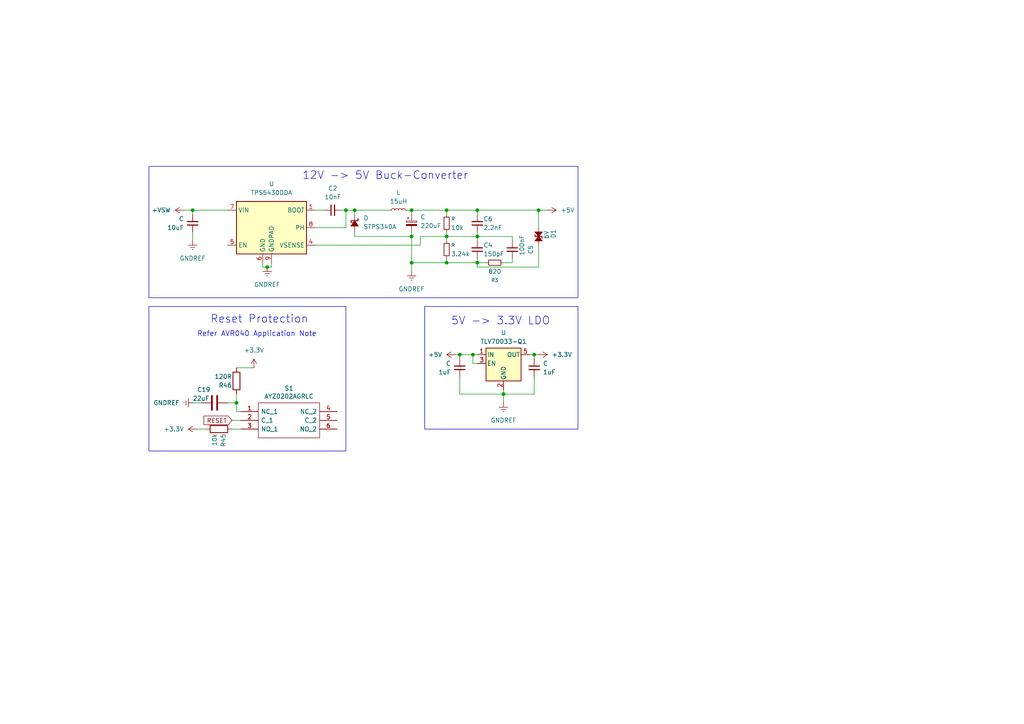
<source format=kicad_sch>
(kicad_sch (version 20250114) (generator "eeschema") (generator_version "9.0")
  (paper "A4")
  (lib_symbols
    (symbol "Device:C" (pin_numbers (hide yes)) (pin_names (offset 0.254))
      (property "Reference" "C" (at 0.635 2.54 0))
      (property "Value" "C" (at 0.635 -2.54 0))
      (symbol "C_0_1"
        (polyline (pts (xy -2.032 0.762) (xy 2.032 0.762)) (stroke (width 0.508)))
        (polyline (pts (xy -2.032 -0.762) (xy 2.032 -0.762)) (stroke (width 0.508)))
      )
      (symbol "C_1_1"
        (pin passive line (at 0 3.81 270) (length 2.794) (name "~") (number "1"))
        (pin passive line (at 0 -3.81 90) (length 2.794) (name "~") (number "2"))
      )
    )
    (symbol "Device:C_Polarized_Small" (pin_numbers (hide yes)) (pin_names (offset 0.254) (hide yes))
      (property "Reference" "C" (at 0.254 1.778 0))
      (property "Value" "C_Polarized_Small" (at 0.254 -2.032 0))
      (symbol "C_Polarized_Small_0_1"
        (rectangle (start -1.524 0.6858) (end 1.524 0.3048))
        (rectangle (start -1.524 -0.3048) (end 1.524 -0.6858) (fill (type outline)))
        (polyline (pts (xy -1.27 1.524) (xy -0.762 1.524)))
        (polyline (pts (xy -1.016 1.27) (xy -1.016 1.778)))
      )
      (symbol "C_Polarized_Small_1_1"
        (pin passive line (at 0 2.54 270) (length 1.8542) (name "~") (number "1"))
        (pin passive line (at 0 -2.54 90) (length 1.8542) (name "~") (number "2"))
      )
    )
    (symbol "Device:C_Small" (pin_numbers (hide yes)) (pin_names (offset 0.254) (hide yes))
      (property "Reference" "C" (at 0.254 1.778 0))
      (property "Value" "C_Small" (at 0.254 -2.032 0))
      (symbol "C_Small_0_1"
        (polyline (pts (xy -1.524 0.508) (xy 1.524 0.508)) (stroke (width 0.3048)))
        (polyline (pts (xy -1.524 -0.508) (xy 1.524 -0.508)) (stroke (width 0.3302)))
      )
      (symbol "C_Small_1_1"
        (pin passive line (at 0 2.54 270) (length 2.032) (name "~") (number "1"))
        (pin passive line (at 0 -2.54 90) (length 2.032) (name "~") (number "2"))
      )
    )
    (symbol "Device:D_Schottky_Small_Filled" (pin_numbers (hide yes)) (pin_names (offset 0.254) (hide yes))
      (property "Reference" "D" (at -1.27 2.032 0))
      (property "Value" "D_Schottky_Small_Filled" (at -7.112 -2.032 0))
      (symbol "D_Schottky_Small_Filled_0_1"
        (polyline (pts (xy -1.27 0.762) (xy -1.27 1.016) (xy -0.762 1.016) (xy -0.762 -1.016) (xy -0.254 -1.016) (xy -0.254 -0.762)) (stroke (width 0.254)))
        (polyline (pts (xy -0.762 0) (xy 0.762 0)))
        (polyline (pts (xy 0.762 -1.016) (xy -0.762 0) (xy 0.762 1.016) (xy 0.762 -1.016)) (stroke (width 0.254)) (fill (type outline)))
      )
      (symbol "D_Schottky_Small_Filled_1_1"
        (pin passive line (at -2.54 0 0) (length 1.778) (name "K") (number "1"))
        (pin passive line (at 2.54 0 180) (length 1.778) (name "A") (number "2"))
      )
    )
    (symbol "Device:D_TVS_Small_Filled" (pin_numbers (hide yes)) (pin_names (offset 1.016) (hide yes))
      (property "Reference" "D" (at 0 2.54 0))
      (property "Value" "D_TVS_Small_Filled" (at 0 -2.54 0))
      (symbol "D_TVS_Small_Filled_0_1"
        (polyline (pts (xy -1.27 0) (xy 1.27 0)))
        (polyline (pts (xy 0.508 1.016) (xy 0 1.016) (xy 0 -1.016) (xy -0.508 -1.016)) (stroke (width 0.254)))
      )
      (symbol "D_TVS_Small_Filled_1_1"
        (polyline (pts (xy -1.27 1.016) (xy -1.27 -1.016) (xy 0 0) (xy -1.27 1.016)) (stroke (width 0.254)) (fill (type outline)))
        (polyline (pts (xy 0 0) (xy 1.27 1.016) (xy 1.27 -1.016) (xy 0 0)) (stroke (width 0.254)) (fill (type outline)))
        (pin passive line (at -2.54 0 0) (length 1.27) (name "A1") (number "1"))
        (pin passive line (at 2.54 0 180) (length 1.27) (name "A2") (number "2"))
      )
    )
    (symbol "Device:L_Small" (pin_numbers (hide yes)) (pin_names (offset 0.254) (hide yes))
      (property "Reference" "L" (at 0.762 1.016 0))
      (property "Value" "L_Small" (at 0.762 -1.016 0))
      (symbol "L_Small_0_1"
        (arc (start 0 2.032) (mid 0.5058 1.524) (end 0 1.016))
        (arc (start 0 1.016) (mid 0.5058 0.508) (end 0 0))
        (arc (start 0 0) (mid 0.5058 -0.508) (end 0 -1.016))
        (arc (start 0 -1.016) (mid 0.5058 -1.524) (end 0 -2.032))
      )
      (symbol "L_Small_1_1"
        (pin passive line (at 0 2.54 270) (length 0.508) (name "~") (number "1"))
        (pin passive line (at 0 -2.54 90) (length 0.508) (name "~") (number "2"))
      )
    )
    (symbol "Device:R" (pin_numbers (hide yes)) (pin_names (offset 0))
      (property "Reference" "R" (at 2.032 0 90))
      (property "Value" "R" (at 0 0 90))
      (symbol "R_0_1"
        (rectangle (start -1.016 -2.54) (end 1.016 2.54) (stroke (width 0.254)))
      )
      (symbol "R_1_1"
        (pin passive line (at 0 3.81 270) (length 1.27) (name "~") (number "1"))
        (pin passive line (at 0 -3.81 90) (length 1.27) (name "~") (number "2"))
      )
    )
    (symbol "Device:R_Small" (pin_numbers (hide yes)) (pin_names (offset 0.254) (hide yes))
      (property "Reference" "R" (at 0 0 90))
      (property "Value" "R_Small" (at 1.778 0 90))
      (symbol "R_Small_0_1"
        (rectangle (start -0.762 1.778) (end 0.762 -1.778) (stroke (width 0.2032)))
      )
      (symbol "R_Small_1_1"
        (pin passive line (at 0 2.54 270) (length 0.762) (name "~") (number "1"))
        (pin passive line (at 0 -2.54 90) (length 0.762) (name "~") (number "2"))
      )
    )
    (symbol "Regulator_Linear:TLV70033_SOT23-5" (pin_names (offset 0.254))
      (property "Reference" "U" (at -3.81 5.715 0))
      (property "Value" "TLV70033_SOT23-5" (at 0 5.715 0))
      (symbol "TLV70033_SOT23-5_0_1"
        (rectangle (start -5.08 4.445) (end 5.08 -5.08) (stroke (width 0.254)) (fill (type background)))
      )
      (symbol "TLV70033_SOT23-5_1_1"
        (pin power_in line (at -7.62 2.54 0) (length 2.54) (name "IN") (number "1"))
        (pin input line (at -7.62 0 0) (length 2.54) (name "EN") (number "3"))
        (pin power_in line (at 0 -7.62 90) (length 2.54) (name "GND") (number "2"))
        (pin no_connect line (at 5.08 0 180) (length 2.54) (hide yes) (name "NC") (number "4"))
        (pin power_out line (at 7.62 2.54 180) (length 2.54) (name "OUT") (number "5"))
      )
    )
    (symbol "Regulator_Switching:TPS5430DDA"
      (property "Reference" "U" (at -10.16 8.89 0))
      (property "Value" "TPS5430DDA" (at -1.27 8.89 0))
      (symbol "TPS5430DDA_0_1"
        (rectangle (start -10.16 7.62) (end 10.16 -7.62) (stroke (width 0.254)) (fill (type background)))
      )
      (symbol "TPS5430DDA_1_1"
        (pin power_in line (at -12.7 5.08 0) (length 2.54) (name "VIN") (number "7"))
        (pin input line (at -12.7 -5.08 0) (length 2.54) (name "EN") (number "5"))
        (pin no_connect line (at -10.16 2.54 0) (length 2.54) (hide yes) (name "NC") (number "2"))
        (pin no_connect line (at -10.16 -2.54 0) (length 2.54) (hide yes) (name "NC") (number "3"))
        (pin power_in line (at -2.54 -10.16 90) (length 2.54) (name "GND") (number "6"))
        (pin power_in line (at 0 -10.16 90) (length 2.54) (name "GNDPAD") (number "9"))
        (pin input line (at 12.7 5.08 180) (length 2.54) (name "BOOT") (number "1"))
        (pin output line (at 12.7 0 180) (length 2.54) (name "PH") (number "8"))
        (pin input line (at 12.7 -5.08 180) (length 2.54) (name "VSENSE") (number "4"))
      )
    )
    (symbol "power:+3.3V" (power) (pin_numbers (hide yes)) (pin_names (offset 0) (hide yes))
      (property "Value" "+3.3V" (at 0 3.556 0))
      (symbol "+3.3V_0_1"
        (polyline (pts (xy -0.762 1.27) (xy 0 2.54)))
        (polyline (pts (xy 0 2.54) (xy 0.762 1.27)))
        (polyline (pts (xy 0 0) (xy 0 2.54)))
      )
      (symbol "+3.3V_1_1"
        (pin power_in line (at 0 0 90) (length 0) (name "~") (number "1"))
      )
    )
    (symbol "power:+5V" (power) (pin_numbers (hide yes)) (pin_names (offset 0) (hide yes))
      (property "Value" "+5V" (at 0 3.556 0))
      (symbol "+5V_0_1"
        (polyline (pts (xy -0.762 1.27) (xy 0 2.54)))
        (polyline (pts (xy 0 2.54) (xy 0.762 1.27)))
        (polyline (pts (xy 0 0) (xy 0 2.54)))
      )
      (symbol "+5V_1_1"
        (pin power_in line (at 0 0 90) (length 0) (name "~") (number "1"))
      )
    )
    (symbol "power:+VSW" (power) (pin_numbers (hide yes)) (pin_names (offset 0) (hide yes))
      (property "Value" "+VSW" (at 0 3.556 0))
      (symbol "+VSW_0_1"
        (polyline (pts (xy -0.762 1.27) (xy 0 2.54)))
        (polyline (pts (xy 0 2.54) (xy 0.762 1.27)))
        (polyline (pts (xy 0 0) (xy 0 2.54)))
      )
      (symbol "+VSW_1_1"
        (pin power_in line (at 0 0 90) (length 0) (name "~") (number "1"))
      )
    )
    (symbol "power:GNDREF" (power) (pin_numbers (hide yes)) (pin_names (offset 0) (hide yes))
      (property "Value" "GNDREF" (at 0 -3.81 0))
      (symbol "GNDREF_0_1"
        (polyline (pts (xy -0.635 -1.905) (xy 0.635 -1.905)))
        (polyline (pts (xy -0.127 -2.54) (xy 0.127 -2.54)))
        (polyline (pts (xy 0 -1.27) (xy 0 0)))
        (polyline (pts (xy 1.27 -1.27) (xy -1.27 -1.27)))
      )
      (symbol "GNDREF_1_1"
        (pin power_in line (at 0 0 270) (length 0) (name "~") (number "1"))
      )
    )
    (symbol "v0.4.4c-rescue:AYZ0202AGRLC-Misc" (pin_names (offset 0.762))
      (property "Reference" "S" (at 24.13 7.62 0))
      (property "Value" "v0.4.4c-rescue_AYZ0202AGRLC-Misc" (at 24.13 5.08 0))
      (symbol "AYZ0202AGRLC-Misc_0_0"
        (pin bidirectional line (at 0 0 0) (length 5.08) (name "NC_1") (number "1"))
        (pin bidirectional line (at 0 -2.54 0) (length 5.08) (name "C_1") (number "2"))
        (pin bidirectional line (at 0 -5.08 0) (length 5.08) (name "NO_1") (number "3"))
        (pin bidirectional line (at 27.94 0 180) (length 5.08) (name "NC_2") (number "4"))
        (pin bidirectional line (at 27.94 -2.54 180) (length 5.08) (name "C_2") (number "5"))
        (pin bidirectional line (at 27.94 -5.08 180) (length 5.08) (name "NO_2") (number "6"))
      )
      (symbol "AYZ0202AGRLC-Misc_0_1"
        (polyline (pts (xy 5.08 2.54) (xy 22.86 2.54) (xy 22.86 -7.62) (xy 5.08 -7.62) (xy 5.08 2.54)) (stroke (width 0.1524)))
      )
    )
  )
  (rectangle (start 123.19 88.9) (end 167.64 124.46))
  (rectangle (start 43.18 88.9) (end 100.33 130.81))
  (rectangle (start 43.18 48.26) (end 167.64 86.36))
  (text "5V -> 3.3V LDO" (at 130.81 94.488 0) (effects (font (size 2.2606 2.2606)) (justify left bottom)))
  (text "Reset Protection" (at 60.96 93.98 0) (effects (font (size 2.2606 2.2606)) (justify left bottom)))
  (text "12V -> 5V Buck-Converter" (at 87.63 52.324 0) (effects (font (size 2.2606 2.2606)) (justify left bottom)))
  (text "Refer AVR040 Application Note" (at 57.15 97.79 0) (effects (font (size 1.4732 1.4732)) (justify left bottom)))
  (junction (at 77.47 77.47))
  (junction (at 100.33 60.96))
  (junction (at 119.38 76.2))
  (junction (at 129.54 68.58))
  (junction (at 138.43 68.58))
  (junction (at 102.87 60.96))
  (junction (at 156.21 60.96))
  (junction (at 138.43 76.2))
  (junction (at 154.94 102.87))
  (junction (at 55.88 60.96))
  (junction (at 133.35 102.87))
  (junction (at 129.54 60.96))
  (junction (at 129.54 76.2))
  (junction (at 119.38 60.96))
  (junction (at 68.58 116.84))
  (junction (at 146.05 114.3))
  (junction (at 137.16 102.87))
  (junction (at 119.38 68.58))
  (junction (at 138.43 60.96))
  (wire (pts (xy 133.35 102.87) (xy 133.35 104.14)))
  (wire (pts (xy 67.31 121.92) (xy 69.85 121.92)))
  (wire (pts (xy 102.87 67.31) (xy 102.87 68.58)))
  (wire (pts (xy 53.34 60.96) (xy 55.88 60.96)))
  (wire (pts (xy 55.88 62.23) (xy 55.88 60.96)))
  (wire (pts (xy 156.21 71.12) (xy 156.21 77.47)))
  (wire (pts (xy 91.44 66.04) (xy 100.33 66.04)))
  (wire (pts (xy 148.59 74.93) (xy 148.59 76.2)))
  (wire (pts (xy 100.33 60.96) (xy 102.87 60.96)))
  (wire (pts (xy 78.74 76.2) (xy 78.74 77.47)))
  (wire (pts (xy 102.87 60.96) (xy 113.03 60.96)))
  (wire (pts (xy 55.88 67.31) (xy 55.88 69.85)))
  (wire (pts (xy 154.94 102.87) (xy 153.67 102.87)))
  (wire (pts (xy 132.08 102.87) (xy 133.35 102.87)))
  (wire (pts (xy 138.43 77.47) (xy 138.43 76.2)))
  (wire (pts (xy 68.58 119.38) (xy 69.85 119.38)))
  (wire (pts (xy 154.94 109.22) (xy 154.94 114.3)))
  (wire (pts (xy 146.05 113.03) (xy 146.05 114.3)))
  (wire (pts (xy 129.54 62.23) (xy 129.54 60.96)))
  (wire (pts (xy 121.92 68.58) (xy 129.54 68.58)))
  (wire (pts (xy 156.21 60.96) (xy 156.21 66.04)))
  (wire (pts (xy 55.88 60.96) (xy 66.04 60.96)))
  (wire (pts (xy 148.59 68.58) (xy 148.59 69.85)))
  (wire (pts (xy 67.31 124.46) (xy 69.85 124.46)))
  (wire (pts (xy 156.21 60.96) (xy 158.75 60.96)))
  (wire (pts (xy 138.43 76.2) (xy 140.97 76.2)))
  (wire (pts (xy 76.2 77.47) (xy 77.47 77.47)))
  (wire (pts (xy 118.11 60.96) (xy 119.38 60.96)))
  (wire (pts (xy 66.04 116.84) (xy 68.58 116.84)))
  (wire (pts (xy 77.47 77.47) (xy 78.74 77.47)))
  (wire (pts (xy 138.43 76.2) (xy 138.43 74.93)))
  (wire (pts (xy 129.54 74.93) (xy 129.54 76.2)))
  (wire (pts (xy 119.38 60.96) (xy 119.38 62.23)))
  (wire (pts (xy 99.06 60.96) (xy 100.33 60.96)))
  (wire (pts (xy 154.94 114.3) (xy 146.05 114.3)))
  (wire (pts (xy 121.92 71.12) (xy 121.92 68.58)))
  (wire (pts (xy 154.94 104.14) (xy 154.94 102.87)))
  (wire (pts (xy 146.05 114.3) (xy 146.05 116.84)))
  (wire (pts (xy 57.15 124.46) (xy 59.69 124.46)))
  (wire (pts (xy 91.44 71.12) (xy 121.92 71.12)))
  (wire (pts (xy 138.43 69.85) (xy 138.43 68.58)))
  (wire (pts (xy 129.54 67.31) (xy 129.54 68.58)))
  (wire (pts (xy 148.59 76.2) (xy 146.05 76.2)))
  (wire (pts (xy 133.35 109.22) (xy 133.35 114.3)))
  (wire (pts (xy 138.43 62.23) (xy 138.43 60.96)))
  (wire (pts (xy 76.2 76.2) (xy 76.2 77.47)))
  (wire (pts (xy 119.38 60.96) (xy 129.54 60.96)))
  (wire (pts (xy 119.38 68.58) (xy 119.38 67.31)))
  (wire (pts (xy 137.16 102.87) (xy 138.43 102.87)))
  (wire (pts (xy 129.54 68.58) (xy 138.43 68.58)))
  (wire (pts (xy 100.33 66.04) (xy 100.33 60.96)))
  (wire (pts (xy 129.54 68.58) (xy 129.54 69.85)))
  (wire (pts (xy 68.58 106.68) (xy 73.66 106.68)))
  (wire (pts (xy 55.88 116.84) (xy 58.42 116.84)))
  (wire (pts (xy 156.21 77.47) (xy 138.43 77.47)))
  (wire (pts (xy 137.16 102.87) (xy 137.16 105.41)))
  (wire (pts (xy 68.58 116.84) (xy 68.58 114.3)))
  (wire (pts (xy 133.35 114.3) (xy 146.05 114.3)))
  (wire (pts (xy 138.43 68.58) (xy 148.59 68.58)))
  (wire (pts (xy 129.54 60.96) (xy 138.43 60.96)))
  (wire (pts (xy 138.43 67.31) (xy 138.43 68.58)))
  (wire (pts (xy 154.94 102.87) (xy 156.21 102.87)))
  (wire (pts (xy 68.58 119.38) (xy 68.58 116.84)))
  (wire (pts (xy 119.38 76.2) (xy 129.54 76.2)))
  (wire (pts (xy 138.43 60.96) (xy 156.21 60.96)))
  (wire (pts (xy 138.43 105.41) (xy 137.16 105.41)))
  (wire (pts (xy 91.44 60.96) (xy 93.98 60.96)))
  (wire (pts (xy 102.87 68.58) (xy 119.38 68.58)))
  (wire (pts (xy 133.35 102.87) (xy 137.16 102.87)))
  (wire (pts (xy 119.38 76.2) (xy 119.38 78.74)))
  (wire (pts (xy 102.87 60.96) (xy 102.87 62.23)))
  (wire (pts (xy 119.38 68.58) (xy 119.38 76.2)))
  (wire (pts (xy 129.54 76.2) (xy 138.43 76.2)))
  (global_label "RESET" (shape input) (at 67.31 121.92 180) (property "Intersheetrefs" "${INTERSHEET_REFS}" (effects (hide yes))))
  (symbol (lib_id "v0.4.4c-rescue:AYZ0202AGRLC-Misc") (at 69.85 119.38 0) (unit 1)
    (property "Reference" "S1" (at 83.82 112.649 0))
    (property "Value" "AYZ0202AGRLC" (at 83.82 114.9604 0))
    (property "Footprint" "Misc:AYZ0202AGRLC" (effects (hide yes)))
    (property "Description" "AYZ0202AGRLC (Slide Switches)" (effects (hide yes)))
    (property "RS Part Number" "7931504P" (effects (hide yes)))
    (property "RS Price/Stock" "http://uk.rs-online.com/web/p/products/7931504P" (effects (hide yes)))
    (property "Manufacturer_Name" "C & K COMPONENTS" (effects (hide yes)))
    (property "Manufacturer_Part_Number" "AYZ0202AGRLC" (effects (hide yes)))
    (property "Allied_Number" "70417470" (effects (hide yes)))
    (property "Digikey Part Number" "401-2013-1-ND" (effects (hide yes)))
    (property "URL" "https://www.digikey.com.au/product-detail/en/c-k/AYZ0202AGRLC/401-2013-1-ND/1640122" (effects (hide yes)))
  )
  (symbol (lib_id "Device:R") (at 63.5 124.46 270) (unit 1)
    (property "Reference" "R45" (at 64.77 125.73 0) (effects (justify left)))
    (property "Value" "10k" (at 62.23 125.73 0) (effects (justify left)))
    (property "Footprint" "Resistor_SMD:R_0805_2012Metric" (effects (hide yes)))
    (property "Digikey Part Number" "311-10KARCT-ND" (effects (hide yes)))
    (property "Manufacturer_Name" "Yageo" (effects (hide yes)))
    (property "Manufacturer_Part_Number" "RC0805JR-0710KL" (effects (hide yes)))
    (property "URL" "https://www.digikey.com/product-detail/en/yageo/RC0805JR-0710KL/311-10KARCT-ND/731188" (effects (hide yes)))
  )
  (symbol (lib_id "Device:C") (at 62.23 116.84 270) (unit 1)
    (property "Reference" "C19" (at 57.15 113.03 90) (effects (justify left)))
    (property "Value" "22uF" (at 55.88 115.57 90) (effects (justify left)))
    (property "Footprint" "Capacitor_SMD:C_0805_2012Metric_Pad1.15x1.40mm_HandSolder" (effects (hide yes)))
    (property "Digikey Part Number" "1276-6687-1-ND" (effects (hide yes)))
    (property "Manufacturer_Name" "Samsung" (effects (hide yes)))
    (property "Manufacturer_Part_Number" "CL21A226KQCLRNC" (effects (hide yes)))
    (property "URL" "https://www.digikey.com.au/product-detail/en/samsung-electro-mechanics/CL21A226KQCLRNC/1276-6687-1-ND/5961546" (effects (hide yes)))
  )
  (symbol (lib_id "Device:R") (at 68.58 110.49 180) (unit 1)
    (property "Reference" "R46" (at 67.31 111.76 0) (effects (justify left)))
    (property "Value" "120R" (at 67.31 109.22 0) (effects (justify left)))
    (property "Footprint" "Resistor_SMD:R_0805_2012Metric" (effects (hide yes)))
    (property "Digikey Part Number" "311-120CRCT-ND" (effects (hide yes)))
    (property "Manufacturer_Name" "Yageo" (effects (hide yes)))
    (property "Manufacturer_Part_Number" "RC0805FR-07120RL" (effects (hide yes)))
    (property "URL" "https://www.digikey.com/product-detail/en/yageo/RC0805FR-07120RL/311-120CRCT-ND/730522" (effects (hide yes)))
  )
  (symbol (lib_id "power:GNDREF") (at 119.38 78.74 0) (unit 1)
    (property "Reference" "#PWR" (effects (hide yes)))
    (property "Value" "GNDREF" (at 119.38 83.82 0))
    (property "Description" "Power symbol creates a global label with name \"GNDREF\" , reference supply ground" (effects (hide yes)))
  )
  (symbol (lib_id "Device:C_Small") (at 133.35 106.68 0) (unit 1)
    (property "Reference" "C" (at 130.81 105.4162 0) (effects (justify right)))
    (property "Value" "1uF" (at 130.81 107.9562 0) (effects (justify right)))
    (property "Description" "Unpolarized capacitor, small symbol" (effects (hide yes)))
  )
  (symbol (lib_id "Device:C_Small") (at 55.88 64.77 0) (mirror x) (unit 1)
    (property "Reference" "C" (at 53.34 63.4935 0) (effects (justify right)))
    (property "Value" "10uF" (at 53.34 66.0335 0) (effects (justify right)))
    (property "Footprint" "Capacitor_SMD:C_0603_1608Metric_Pad1.08x0.95mm_HandSolder" (effects (hide yes)))
    (property "Description" "Unpolarized capacitor, small symbol" (effects (hide yes)))
  )
  (symbol (lib_id "Device:C_Small") (at 138.43 64.77 180) (unit 1)
    (property "Reference" "C6" (at 140.208 63.5 0) (effects (justify right)))
    (property "Value" "2.2nF" (at 140.208 66.04 0) (effects (justify right)))
    (property "Footprint" "Capacitor_SMD:C_0603_1608Metric_Pad1.08x0.95mm_HandSolder" (effects (hide yes)))
    (property "Description" "Unpolarized capacitor, small symbol" (effects (hide yes)))
  )
  (symbol (lib_id "power:GNDREF") (at 77.47 77.47 0) (unit 1)
    (property "Reference" "#PWR04" (effects (hide yes)))
    (property "Value" "GNDREF" (at 77.47 82.55 0))
    (property "Description" "Power symbol creates a global label with name \"GNDREF\" , reference supply ground" (effects (hide yes)))
  )
  (symbol (lib_id "Regulator_Linear:TLV70033_SOT23-5") (at 146.05 105.41 0) (unit 1)
    (property "Reference" "U" (at 146.05 96.52 0))
    (property "Value" "TLV70033-Q1" (at 146.05 99.06 0))
    (property "Footprint" "Package_TO_SOT_SMD:SOT-23-5" (effects (hide yes)))
    (property "Datasheet" "http://www.ti.com/lit/ds/symlink/tlv700.pdf" (effects (hide yes)))
    (property "Description" "200mA Low Dropout Voltage Regulator, Fixed Output 3.3V, SOT-23-5" (effects (hide yes)))
  )
  (symbol (lib_id "Device:L_Small") (at 115.57 60.96 90) (unit 1)
    (property "Reference" "L" (at 115.57 55.88 90))
    (property "Value" "15uH" (at 115.57 58.42 90))
    (property "Footprint" "Inductor_SMD:L_12x12mm_H8mm" (effects (hide yes)))
    (property "Description" "Inductor, small symbol" (effects (hide yes)))
  )
  (symbol (lib_id "power:GNDREF") (at 146.05 116.84 0) (unit 1)
    (property "Reference" "#PWR" (effects (hide yes)))
    (property "Value" "GNDREF" (at 146.05 121.92 0))
    (property "Description" "Power symbol creates a global label with name \"GNDREF\" , reference supply ground" (effects (hide yes)))
  )
  (symbol (lib_id "Device:C_Small") (at 96.52 60.96 90) (unit 1)
    (property "Reference" "C2" (at 96.5263 54.61 90))
    (property "Value" "10nF" (at 96.5263 57.15 90))
    (property "Footprint" "Capacitor_SMD:C_0603_1608Metric_Pad1.08x0.95mm_HandSolder" (effects (hide yes)))
    (property "Description" "Unpolarized capacitor, small symbol" (effects (hide yes)))
  )
  (symbol (lib_id "power:+VSW") (at 53.34 60.96 90) (unit 1)
    (property "Reference" "#PWR" (effects (hide yes)))
    (property "Value" "+VSW" (at 49.53 60.9599 90) (effects (justify left)))
    (property "Description" "Power symbol creates a global label with name \"+VSW\"" (effects (hide yes)))
  )
  (symbol (lib_id "power:+5V") (at 132.08 102.87 90) (unit 1)
    (property "Reference" "#PWR" (effects (hide yes)))
    (property "Value" "+5V" (at 128.27 102.8699 90) (effects (justify left)))
    (property "Description" "Power symbol creates a global label with name \"+5V\"" (effects (hide yes)))
  )
  (symbol (lib_id "power:+3.3V") (at 73.66 106.68 0) (unit 1)
    (property "Reference" "#PWR" (effects (hide yes)))
    (property "Value" "+3.3V" (at 73.66 101.6 0))
    (property "Description" "Power symbol creates a global label with name \"+3.3V\"" (effects (hide yes)))
  )
  (symbol (lib_id "Device:C_Small") (at 138.43 72.39 180) (unit 1)
    (property "Reference" "C4" (at 140.208 71.12 0) (effects (justify right)))
    (property "Value" "150pF" (at 140.208 73.66 0) (effects (justify right)))
    (property "Footprint" "Capacitor_SMD:C_0603_1608Metric_Pad1.08x0.95mm_HandSolder" (effects (hide yes)))
    (property "Description" "Unpolarized capacitor, small symbol" (effects (hide yes)))
  )
  (symbol (lib_id "Device:R_Small") (at 143.51 76.2 270) (unit 1)
    (property "Reference" "R3" (at 143.51 81.28 90) (effects (font (size 1.016 1.016))))
    (property "Value" "820" (at 143.51 78.74 90))
    (property "Description" "Resistor, small symbol" (effects (hide yes)))
  )
  (symbol (lib_id "power:GNDREF") (at 55.88 69.85 0) (unit 1)
    (property "Reference" "#PWR" (effects (hide yes)))
    (property "Value" "GNDREF" (at 55.88 74.93 0))
    (property "Description" "Power symbol creates a global label with name \"GNDREF\" , reference supply ground" (effects (hide yes)))
  )
  (symbol (lib_id "power:+3.3V") (at 156.21 102.87 270) (unit 1)
    (property "Reference" "#PWR" (effects (hide yes)))
    (property "Value" "+3.3V" (at 160.02 102.8699 90) (effects (justify left)))
    (property "Description" "Power symbol creates a global label with name \"+3.3V\"" (effects (hide yes)))
  )
  (symbol (lib_id "Device:C_Small") (at 154.94 106.68 0) (unit 1)
    (property "Reference" "C" (at 157.48 105.4162 0) (effects (justify left)))
    (property "Value" "1uF" (at 157.48 107.9562 0) (effects (justify left)))
    (property "Description" "Unpolarized capacitor, small symbol" (effects (hide yes)))
  )
  (symbol (lib_id "Device:D_Schottky_Small_Filled") (at 102.87 64.77 270) (unit 1)
    (property "Reference" "D" (at 105.41 63.2459 90) (effects (justify left)))
    (property "Value" "STPS340A" (at 105.41 65.7859 90) (effects (justify left)))
    (property "Description" "Schottky diode, small symbol, filled shape" (effects (hide yes)))
  )
  (symbol (lib_id "Device:R_Small") (at 129.54 64.77 0) (unit 1)
    (property "Reference" "R" (at 130.81 63.4999 0) (effects (font (size 1.016 1.016)) (justify left)))
    (property "Value" "10k" (at 130.81 66.0399 0) (effects (justify left)))
    (property "Description" "Resistor, small symbol" (effects (hide yes)))
  )
  (symbol (lib_id "Device:R_Small") (at 129.54 72.39 0) (unit 1)
    (property "Reference" "R" (at 130.81 71.1199 0) (effects (font (size 1.016 1.016)) (justify left)))
    (property "Value" "3.24k" (at 130.81 73.6599 0) (effects (justify left)))
    (property "Description" "Resistor, small symbol" (effects (hide yes)))
  )
  (symbol (lib_id "Device:C_Small") (at 148.59 72.39 0) (mirror y) (unit 1)
    (property "Reference" "C5" (at 153.924 72.3964 90))
    (property "Value" "100nF" (at 151.384 71.12 90))
    (property "Footprint" "Capacitor_SMD:C_0603_1608Metric_Pad1.08x0.95mm_HandSolder" (effects (hide yes)))
    (property "Description" "Unpolarized capacitor, small symbol" (effects (hide yes)))
  )
  (symbol (lib_id "Device:C_Polarized_Small") (at 119.38 64.77 0) (unit 1)
    (property "Reference" "C" (at 121.92 62.9538 0) (effects (justify left)))
    (property "Value" "220uF" (at 121.92 65.4938 0) (effects (justify left)))
    (property "Footprint" "Capacitor_SMD:C_Elec_4x5.8" (effects (hide yes)))
    (property "Description" "Polarized capacitor, small symbol" (effects (hide yes)))
  )
  (symbol (lib_id "power:+3.3V") (at 57.15 124.46 90) (unit 1)
    (property "Reference" "#PWR02" (effects (hide yes)))
    (property "Value" "+3.3V" (at 53.34 124.4599 90) (effects (justify left)))
    (property "Description" "Power symbol creates a global label with name \"+3.3V\"" (effects (hide yes)))
  )
  (symbol (lib_id "power:+5V") (at 158.75 60.96 270) (unit 1)
    (property "Reference" "#PWR" (effects (hide yes)))
    (property "Value" "+5V" (at 162.56 60.9599 90) (effects (justify left)))
    (property "Description" "Power symbol creates a global label with name \"+5V\"" (effects (hide yes)))
  )
  (symbol (lib_id "Device:D_TVS_Small_Filled") (at 156.21 68.58 270) (unit 1)
    (property "Reference" "D1" (at 160.528 67.818 0))
    (property "Value" "6V" (at 158.496 68.072 0))
    (property "Footprint" "Diode_SMD:D_0805_2012Metric" (effects (hide yes)))
    (property "Description" "Bidirectional transient-voltage-suppression diode, small symbol, filled shape" (effects (hide yes)))
  )
  (symbol (lib_id "Regulator_Switching:TPS5430DDA") (at 78.74 66.04 0) (unit 1)
    (property "Reference" "U" (at 78.74 53.34 0))
    (property "Value" "TPS5430DDA" (at 78.74 55.88 0))
    (property "Footprint" "Package_SO:TI_SO-PowerPAD-8_ThermalVias" (effects (hide yes)))
    (property "Datasheet" "http://www.ti.com/lit/ds/symlink/tps5430.pdf" (effects (hide yes)))
    (property "Description" "3A, Step Down Swift Converter, Adjustable Output Voltage, 5.5-36V Input Voltage, PowerSO-8" (effects (hide yes)))
  )
  (symbol (lib_id "power:GNDREF") (at 55.88 116.84 270) (unit 1)
    (property "Reference" "#PWR" (effects (hide yes)))
    (property "Value" "GNDREF" (at 52.07 116.8399 90) (effects (justify right)))
    (property "Description" "Power symbol creates a global label with name \"GNDREF\" , reference supply ground" (effects (hide yes)))
  )
)
</source>
